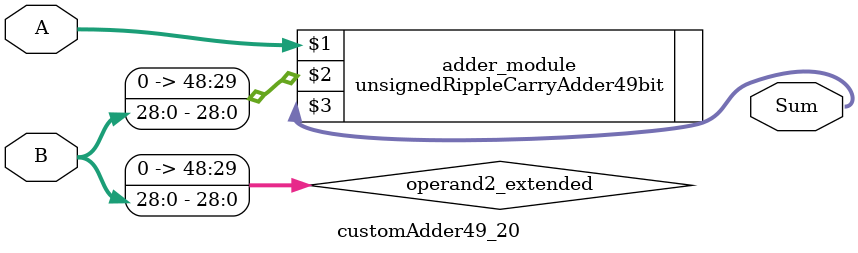
<source format=v>
module customAdder49_20(
                        input [48 : 0] A,
                        input [28 : 0] B,
                        
                        output [49 : 0] Sum
                );

        wire [48 : 0] operand2_extended;
        
        assign operand2_extended =  {20'b0, B};
        
        unsignedRippleCarryAdder49bit adder_module(
            A,
            operand2_extended,
            Sum
        );
        
        endmodule
        
</source>
